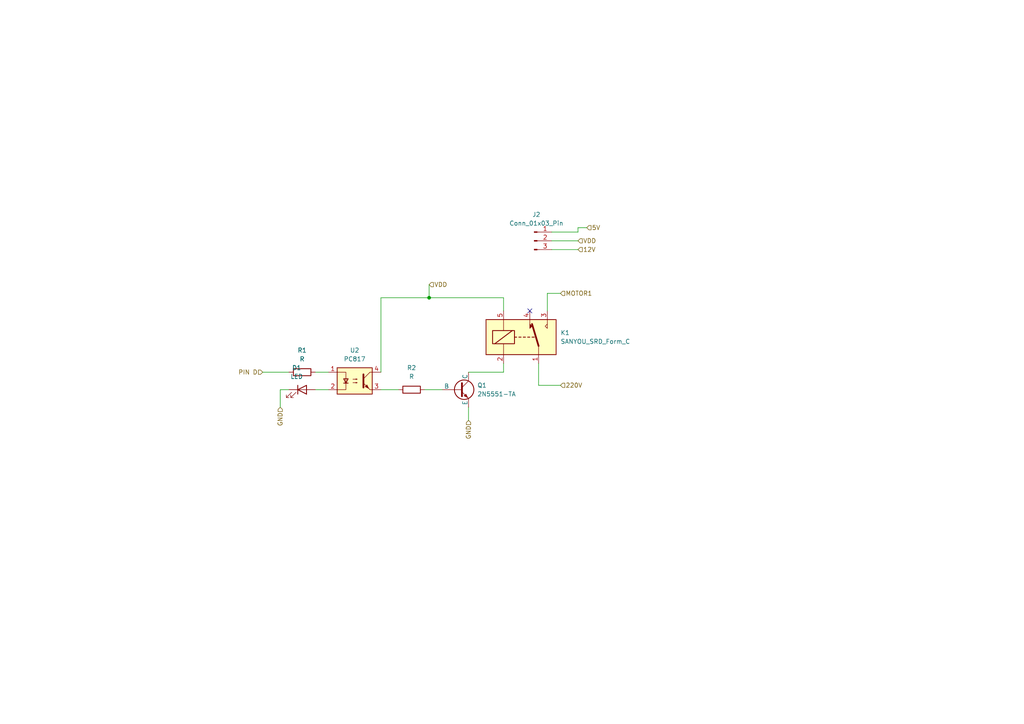
<source format=kicad_sch>
(kicad_sch (version 20231120) (generator "eeschema") (generator_version "8.0")
  (paper "A4")
  (lib_symbols
    (symbol "2N5551-TA:2N5551-TA" (pin_numbers hide) (pin_names (offset 0))
      (property "Reference" "Q" (at -2.54 7.62 0))
      (property "Value" "2N5551-TA" (at -6.35 4.318 0))
      (symbol "2N5551-TA_0_1"
        (polyline (pts (xy -2.54 0) (xy 0.635 0)) (stroke (width 0.1524)))
        (polyline (pts (xy 0.635 0.635) (xy 2.54 2.54)))
        (polyline (pts (xy 2.794 -1.27) (xy 2.794 -1.27)) (stroke (width 0.1524)))
        (polyline (pts (xy 2.794 -1.27) (xy 2.794 -1.27)) (stroke (width 0.1524)))
        (polyline (pts (xy 0.635 -0.635) (xy 2.54 -2.54) (xy 2.54 -2.54)))
        (polyline (pts (xy 0.635 1.905) (xy 0.635 -1.905) (xy 0.635 -1.905)) (stroke (width 0.508)))
        (polyline (pts (xy 1.27 -1.778) (xy 1.778 -1.27) (xy 2.286 -2.286) (xy 1.27 -1.778) (xy 1.27 -1.778)) (fill (type outline)))
        (circle (center 1.27 0) (radius 2.8194) (stroke (width 0.254)))
      )
      (symbol "2N5551-TA_1_1"
        (pin open_collector line (at 2.54 5.08 270) (length 2.54) (name "C") (number "1"))
        (pin input line (at -5.08 0 0) (length 2.54) (name "B") (number "2"))
        (pin open_emitter line (at 2.54 -5.08 90) (length 2.54) (name "E") (number "3"))
      )
    )
    (symbol "Connector:Conn_01x03_Pin" (pin_names (offset 1.016) hide)
      (property "Reference" "J" (at 0 5.08 0))
      (property "Value" "Conn_01x03_Pin" (at 0 -5.08 0))
      (symbol "Conn_01x03_Pin_1_1"
        (polyline (pts (xy 1.27 -2.54) (xy 0.8636 -2.54)) (stroke (width 0.1524)))
        (polyline (pts (xy 1.27 0) (xy 0.8636 0)) (stroke (width 0.1524)))
        (polyline (pts (xy 1.27 2.54) (xy 0.8636 2.54)) (stroke (width 0.1524)))
        (rectangle (start 0.8636 -2.413) (end 0 -2.667) (stroke (width 0.1524)) (fill (type outline)))
        (rectangle (start 0.8636 0.127) (end 0 -0.127) (stroke (width 0.1524)) (fill (type outline)))
        (rectangle (start 0.8636 2.667) (end 0 2.413) (stroke (width 0.1524)) (fill (type outline)))
        (pin passive line (at 5.08 2.54 180) (length 3.81) (name "Pin_1") (number "1"))
        (pin passive line (at 5.08 0 180) (length 3.81) (name "Pin_2") (number "2"))
        (pin passive line (at 5.08 -2.54 180) (length 3.81) (name "Pin_3") (number "3"))
      )
    )
    (symbol "Device:LED" (pin_numbers hide) (pin_names (offset 1.016) hide)
      (property "Reference" "D" (at 0 2.54 0))
      (property "Value" "LED" (at 0 -2.54 0))
      (symbol "LED_0_1"
        (polyline (pts (xy -1.27 -1.27) (xy -1.27 1.27)) (stroke (width 0.254)))
        (polyline (pts (xy -1.27 0) (xy 1.27 0)))
        (polyline (pts (xy 1.27 -1.27) (xy 1.27 1.27) (xy -1.27 0) (xy 1.27 -1.27)) (stroke (width 0.254)))
        (polyline (pts (xy -3.048 -0.762) (xy -4.572 -2.286) (xy -3.81 -2.286) (xy -4.572 -2.286) (xy -4.572 -1.524)))
        (polyline (pts (xy -1.778 -0.762) (xy -3.302 -2.286) (xy -2.54 -2.286) (xy -3.302 -2.286) (xy -3.302 -1.524)))
      )
      (symbol "LED_1_1"
        (pin passive line (at -3.81 0 0) (length 2.54) (name "K") (number "1"))
        (pin passive line (at 3.81 0 180) (length 2.54) (name "A") (number "2"))
      )
    )
    (symbol "Device:R" (pin_numbers hide) (pin_names (offset 0))
      (property "Reference" "R" (at 2.032 0 90))
      (property "Value" "R" (at 0 0 90))
      (symbol "R_0_1"
        (rectangle (start -1.016 -2.54) (end 1.016 2.54) (stroke (width 0.254)))
      )
      (symbol "R_1_1"
        (pin passive line (at 0 3.81 270) (length 1.27) (name "~") (number "1"))
        (pin passive line (at 0 -3.81 90) (length 1.27) (name "~") (number "2"))
      )
    )
    (symbol "Isolator:PC817" (pin_names (offset 1.016))
      (property "Reference" "U" (at -5.08 5.08 0))
      (property "Value" "PC817" (at 0 5.08 0))
      (symbol "PC817_0_1"
        (rectangle (start -5.08 3.81) (end 5.08 -3.81) (stroke (width 0.254)) (fill (type background)))
        (polyline (pts (xy -3.175 -0.635) (xy -1.905 -0.635)) (stroke (width 0.254)))
        (polyline (pts (xy 2.54 0.635) (xy 4.445 2.54)))
        (polyline (pts (xy 4.445 -2.54) (xy 2.54 -0.635)) (fill (type outline)))
        (polyline (pts (xy 4.445 -2.54) (xy 5.08 -2.54)))
        (polyline (pts (xy 4.445 2.54) (xy 5.08 2.54)))
        (polyline (pts (xy -5.08 2.54) (xy -2.54 2.54) (xy -2.54 -0.635)))
        (polyline (pts (xy -2.54 -0.635) (xy -2.54 -2.54) (xy -5.08 -2.54)))
        (polyline (pts (xy 2.54 1.905) (xy 2.54 -1.905) (xy 2.54 -1.905)) (stroke (width 0.508)))
        (polyline (pts (xy -2.54 -0.635) (xy -3.175 0.635) (xy -1.905 0.635) (xy -2.54 -0.635)) (stroke (width 0.254)))
        (polyline (pts (xy -0.508 -0.508) (xy 0.762 -0.508) (xy 0.381 -0.635) (xy 0.381 -0.381) (xy 0.762 -0.508)))
        (polyline (pts (xy -0.508 0.508) (xy 0.762 0.508) (xy 0.381 0.381) (xy 0.381 0.635) (xy 0.762 0.508)))
        (polyline (pts (xy 3.048 -1.651) (xy 3.556 -1.143) (xy 4.064 -2.159) (xy 3.048 -1.651) (xy 3.048 -1.651)) (fill (type outline)))
      )
      (symbol "PC817_1_1"
        (pin passive line (at -7.62 2.54 0) (length 2.54) (name "~") (number "1"))
        (pin passive line (at -7.62 -2.54 0) (length 2.54) (name "~") (number "2"))
        (pin passive line (at 7.62 -2.54 180) (length 2.54) (name "~") (number "3"))
        (pin passive line (at 7.62 2.54 180) (length 2.54) (name "~") (number "4"))
      )
    )
    (symbol "Relay:SANYOU_SRD_Form_C"
      (property "Reference" "K" (at 11.43 3.81 0))
      (property "Value" "SANYOU_SRD_Form_C" (at 11.43 1.27 0))
      (symbol "SANYOU_SRD_Form_C_0_0"
        (polyline (pts (xy 7.62 5.08) (xy 7.62 2.54) (xy 6.985 3.175) (xy 7.62 3.81)))
      )
      (symbol "SANYOU_SRD_Form_C_0_1"
        (rectangle (start -10.16 5.08) (end 10.16 -5.08) (stroke (width 0.254)) (fill (type background)))
        (rectangle (start -8.255 1.905) (end -1.905 -1.905) (stroke (width 0.254)))
        (polyline (pts (xy -7.62 -1.905) (xy -2.54 1.905)) (stroke (width 0.254)))
        (polyline (pts (xy -5.08 -5.08) (xy -5.08 -1.905)))
        (polyline (pts (xy -5.08 5.08) (xy -5.08 1.905)))
        (polyline (pts (xy -1.905 0) (xy -1.27 0)) (stroke (width 0.254)))
        (polyline (pts (xy -0.635 0) (xy 0 0)) (stroke (width 0.254)))
        (polyline (pts (xy 0.635 0) (xy 1.27 0)) (stroke (width 0.254)))
        (polyline (pts (xy 1.905 0) (xy 2.54 0)) (stroke (width 0.254)))
        (polyline (pts (xy 3.175 0) (xy 3.81 0)) (stroke (width 0.254)))
        (polyline (pts (xy 5.08 -2.54) (xy 3.175 3.81)) (stroke (width 0.508)))
        (polyline (pts (xy 5.08 -2.54) (xy 5.08 -5.08)))
      )
      (symbol "SANYOU_SRD_Form_C_1_1"
        (polyline (pts (xy 2.54 3.81) (xy 3.175 3.175) (xy 2.54 2.54) (xy 2.54 5.08)) (fill (type outline)))
        (pin passive line (at 5.08 -7.62 90) (length 2.54) (name "~") (number "1"))
        (pin passive line (at -5.08 -7.62 90) (length 2.54) (name "~") (number "2"))
        (pin passive line (at 7.62 7.62 270) (length 2.54) (name "~") (number "3"))
        (pin passive line (at 2.54 7.62 270) (length 2.54) (name "~") (number "4"))
        (pin passive line (at -5.08 7.62 270) (length 2.54) (name "~") (number "5"))
      )
    )
  )
  (junction (at 124.46 86.36))
  (no_connect (at 153.67 90.17))
  (wire (pts (xy 110.49 113.03) (xy 115.57 113.03)))
  (wire (pts (xy 162.56 111.76) (xy 156.21 111.76)))
  (wire (pts (xy 160.02 69.85) (xy 167.64 69.85)))
  (wire (pts (xy 146.05 86.36) (xy 146.05 90.17)))
  (wire (pts (xy 135.89 107.95) (xy 146.05 107.95)))
  (wire (pts (xy 110.49 86.36) (xy 124.46 86.36)))
  (wire (pts (xy 81.28 118.11) (xy 81.28 113.03)))
  (wire (pts (xy 160.02 72.39) (xy 167.64 72.39)))
  (wire (pts (xy 170.18 66.04) (xy 167.64 66.04)))
  (wire (pts (xy 162.56 85.09) (xy 158.75 85.09)))
  (wire (pts (xy 124.46 86.36) (xy 146.05 86.36)))
  (wire (pts (xy 110.49 107.95) (xy 110.49 86.36)))
  (wire (pts (xy 167.64 67.31) (xy 160.02 67.31)))
  (wire (pts (xy 156.21 111.76) (xy 156.21 105.41)))
  (wire (pts (xy 158.75 85.09) (xy 158.75 90.17)))
  (wire (pts (xy 135.89 118.11) (xy 135.89 121.92)))
  (wire (pts (xy 91.44 113.03) (xy 95.25 113.03)))
  (wire (pts (xy 76.2 107.95) (xy 83.82 107.95)))
  (wire (pts (xy 124.46 82.55) (xy 124.46 86.36)))
  (wire (pts (xy 167.64 66.04) (xy 167.64 67.31)))
  (wire (pts (xy 146.05 107.95) (xy 146.05 105.41)))
  (wire (pts (xy 91.44 107.95) (xy 95.25 107.95)))
  (wire (pts (xy 81.28 113.03) (xy 83.82 113.03)))
  (wire (pts (xy 123.19 113.03) (xy 128.27 113.03)))
  (hierarchical_label "MOTOR1" (shape input) (at 162.56 85.09 0))
  (hierarchical_label "220V" (shape input) (at 162.56 111.76 0))
  (hierarchical_label "VDD" (shape input) (at 124.46 82.55 0))
  (hierarchical_label "GND" (shape input) (at 81.28 118.11 270))
  (hierarchical_label "VDD" (shape input) (at 167.64 69.85 0))
  (hierarchical_label "5V" (shape input) (at 170.18 66.04 0))
  (hierarchical_label "PIN D" (shape input) (at 76.2 107.95 180))
  (hierarchical_label "12V" (shape input) (at 167.64 72.39 0))
  (hierarchical_label "GND" (shape input) (at 135.89 121.92 270))
  (symbol (lib_id "2N5551-TA:2N5551-TA") (at 133.35 113.03 0) (unit 1)
    (property "Reference" "Q1" (at 138.43 111.7599 0) (effects (justify left)))
    (property "Value" "2N5551-TA" (at 138.43 114.2999 0) (effects (justify left)))
    (property "Datasheet" "https://ngspice.sourceforge.io/docs/ngspice-html-manual/manual.xhtml#cha_BJTs" (effects (hide yes)))
    (property "Description" "Bipolar transistor symbol for simulation only, substrate tied to the emitter" (effects (hide yes)))
    (property "Sim.Device" "NPN" (effects (hide yes)))
    (property "Sim.Type" "GUMMELPOON" (effects (hide yes)))
    (property "Sim.Pins" "1=C 2=B 3=E" (effects (hide yes)))
  )
  (symbol (lib_id "Relay:SANYOU_SRD_Form_C") (at 151.13 97.79 0) (unit 1)
    (property "Reference" "K1" (at 162.56 96.5199 0) (effects (justify left)))
    (property "Value" "SANYOU_SRD_Form_C" (at 162.56 99.0599 0) (effects (justify left)))
    (property "Footprint" "Relay_THT:Relay_SPDT_SANYOU_SRD_Series_Form_C" (effects (hide yes)))
    (property "Datasheet" "http://www.sanyourelay.ca/public/products/pdf/SRD.pdf" (effects (hide yes)))
    (property "Description" "Sanyo SRD relay, Single Pole Miniature Power Relay," (effects (hide yes)))
  )
  (symbol (lib_id "Connector:Conn_01x03_Pin") (at 154.94 69.85 0) (unit 1)
    (property "Reference" "J2" (at 155.575 62.23 0))
    (property "Value" "Conn_01x03_Pin" (at 155.575 64.77 0))
    (property "Footprint" "Connector_PinHeader_2.54mm:PinHeader_1x03_P2.54mm_Vertical" (effects (hide yes)))
    (property "Description" "Generic connector, single row, 01x03, script generated" (effects (hide yes)))
  )
  (symbol (lib_id "Device:R") (at 87.63 107.95 90) (unit 1)
    (property "Reference" "R1" (at 87.63 101.6 90))
    (property "Value" "R" (at 87.63 104.14 90))
    (property "Footprint" "Resistor_SMD:R_0603_1608Metric_Pad0.98x0.95mm_HandSolder" (effects (hide yes)))
    (property "Description" "Resistor" (effects (hide yes)))
  )
  (symbol (lib_id "Device:LED") (at 87.63 113.03 0) (unit 1)
    (property "Reference" "D1" (at 86.0425 106.68 0))
    (property "Value" "LED" (at 86.0425 109.22 0))
    (property "Footprint" "LED_SMD:LED_0805_2012Metric_Pad1.15x1.40mm_HandSolder" (effects (hide yes)))
    (property "Description" "Light emitting diode" (effects (hide yes)))
  )
  (symbol (lib_id "Device:R") (at 119.38 113.03 90) (unit 1)
    (property "Reference" "R2" (at 119.38 106.68 90))
    (property "Value" "R" (at 119.38 109.22 90))
    (property "Footprint" "Resistor_SMD:R_0603_1608Metric_Pad0.98x0.95mm_HandSolder" (effects (hide yes)))
    (property "Description" "Resistor" (effects (hide yes)))
  )
  (symbol (lib_id "Isolator:PC817") (at 102.87 110.49 0) (unit 1)
    (property "Reference" "U2" (at 102.87 101.6 0))
    (property "Value" "PC817" (at 102.87 104.14 0))
    (property "Footprint" "Package_DIP:DIP-4_W7.62mm" (effects (hide yes)))
    (property "Datasheet" "http://www.soselectronic.cz/a_info/resource/d/pc817.pdf" (effects (hide yes)))
    (property "Description" "DC Optocoupler, Vce 35V, CTR 50-300%, DIP-4" (effects (hide yes)))
  )
)
</source>
